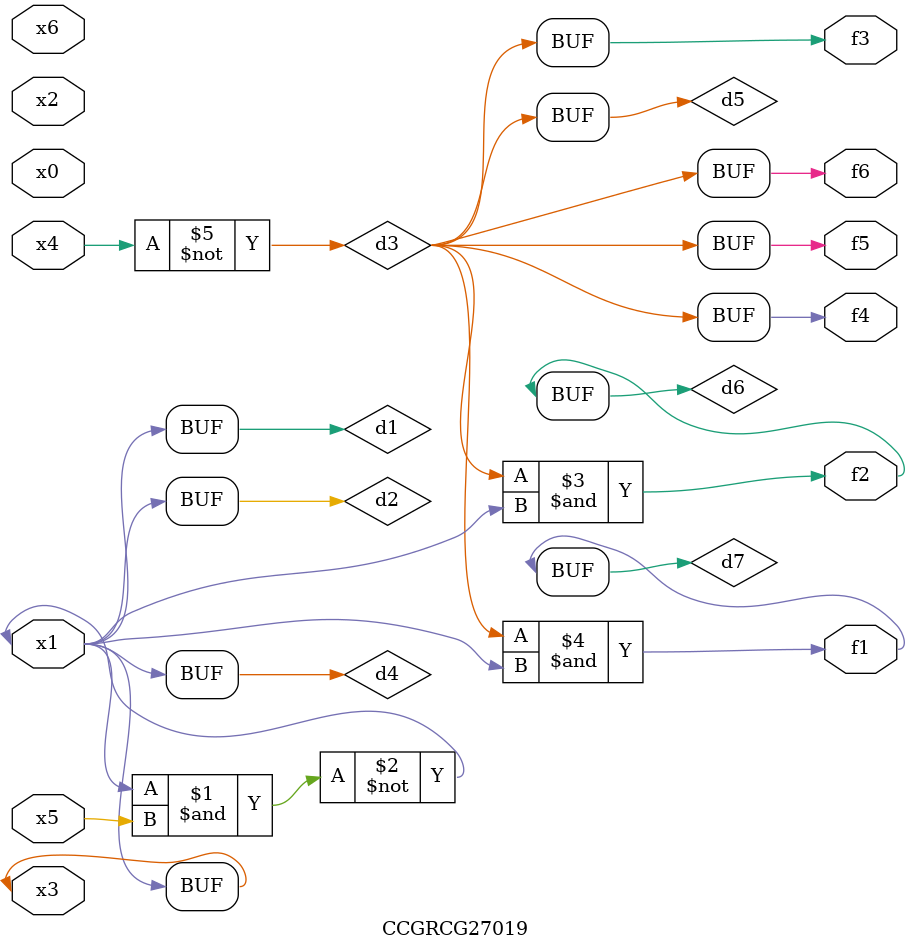
<source format=v>
module CCGRCG27019(
	input x0, x1, x2, x3, x4, x5, x6,
	output f1, f2, f3, f4, f5, f6
);

	wire d1, d2, d3, d4, d5, d6, d7;

	buf (d1, x1, x3);
	nand (d2, x1, x5);
	not (d3, x4);
	buf (d4, d1, d2);
	buf (d5, d3);
	and (d6, d3, d4);
	and (d7, d3, d4);
	assign f1 = d7;
	assign f2 = d6;
	assign f3 = d5;
	assign f4 = d5;
	assign f5 = d5;
	assign f6 = d5;
endmodule

</source>
